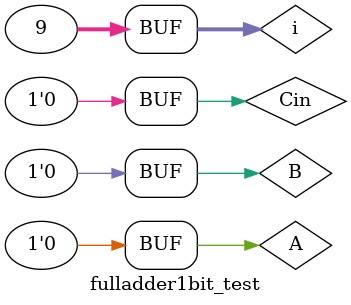
<source format=v>
`timescale 1ns / 1ps


module fulladder1bit_test;

	// Inputs
	reg A;
	reg B;
	reg Cin;

	// Outputs
	wire S;
	wire Cout;
	
	// Variables
	integer i;

	// Instantiate the Unit Under Test (UUT)
	fulladder1bit uut (
		.S(S), 
		.Cout(Cout), 
		.A(A), 
		.B(B), 
		.Cin(Cin)
	);

	initial begin
		// Initialize Inputs
		A = 0;
		B = 0;
		Cin = 0;

		// Loop Through All Possible Inputs
		for(i=1; i<=8; i=i+1)
		begin
			#20 {A, B, Cin} = {A, B, Cin} + 1;
		end
		
	end
      
endmodule


</source>
